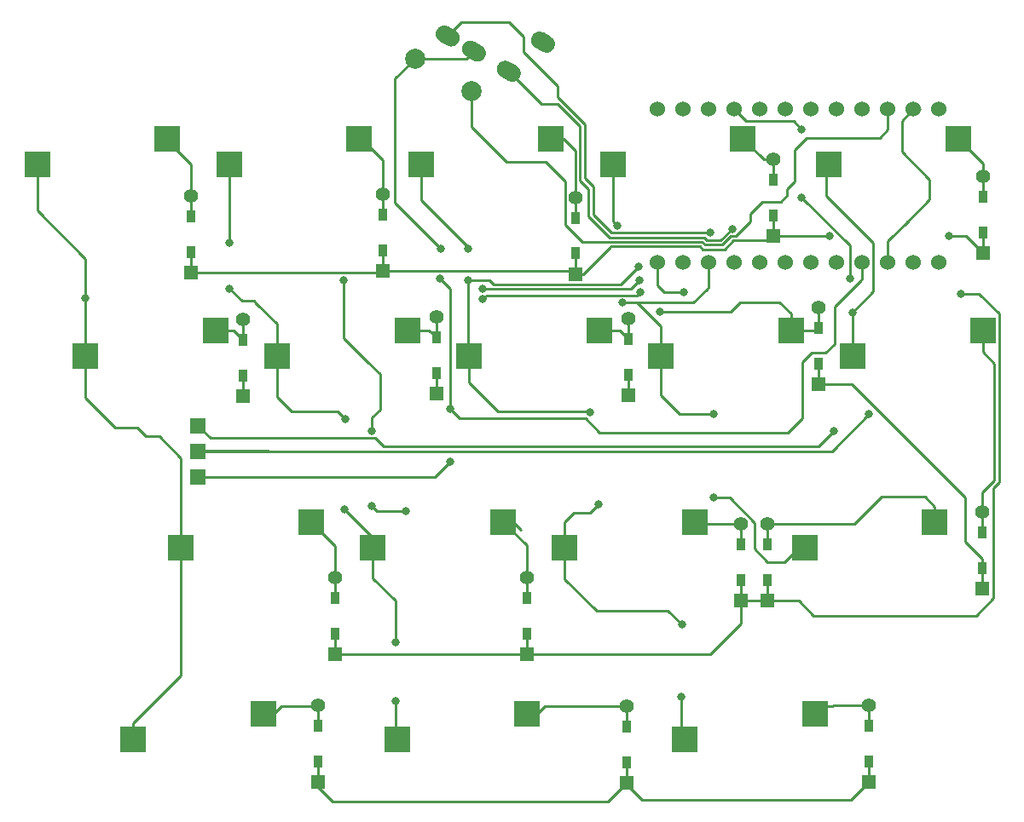
<source format=gbl>
G04 #@! TF.GenerationSoftware,KiCad,Pcbnew,(5.1.6-0-10_14)*
G04 #@! TF.CreationDate,2022-08-31T17:50:21+09:00*
G04 #@! TF.ProjectId,cool936,636f6f6c-3933-4362-9e6b-696361645f70,rev?*
G04 #@! TF.SameCoordinates,Original*
G04 #@! TF.FileFunction,Copper,L2,Bot*
G04 #@! TF.FilePolarity,Positive*
%FSLAX46Y46*%
G04 Gerber Fmt 4.6, Leading zero omitted, Abs format (unit mm)*
G04 Created by KiCad (PCBNEW (5.1.6-0-10_14)) date 2022-08-31 17:50:21*
%MOMM*%
%LPD*%
G01*
G04 APERTURE LIST*
G04 #@! TA.AperFunction,SMDPad,CuDef*
%ADD10R,2.550000X2.500000*%
G04 #@! TD*
G04 #@! TA.AperFunction,SMDPad,CuDef*
%ADD11R,0.950000X1.300000*%
G04 #@! TD*
G04 #@! TA.AperFunction,ComponentPad*
%ADD12R,1.397000X1.397000*%
G04 #@! TD*
G04 #@! TA.AperFunction,ComponentPad*
%ADD13C,1.397000*%
G04 #@! TD*
G04 #@! TA.AperFunction,ComponentPad*
%ADD14C,2.000000*%
G04 #@! TD*
G04 #@! TA.AperFunction,ComponentPad*
%ADD15C,1.524000*%
G04 #@! TD*
G04 #@! TA.AperFunction,SMDPad,CuDef*
%ADD16R,1.524000X1.524000*%
G04 #@! TD*
G04 #@! TA.AperFunction,ViaPad*
%ADD17C,0.800000*%
G04 #@! TD*
G04 #@! TA.AperFunction,Conductor*
%ADD18C,0.250000*%
G04 #@! TD*
G04 APERTURE END LIST*
D10*
X211990000Y2540000D03*
X224917000Y5080000D03*
X178652500Y-16510000D03*
X191579500Y-13970000D03*
D11*
X246980000Y985000D03*
X246980000Y-2565000D03*
D12*
X246980000Y-4600000D03*
D13*
X246980000Y3020000D03*
D11*
X243780000Y-35275000D03*
X243780000Y-38825000D03*
D12*
X243780000Y-40860000D03*
D13*
X243780000Y-33240000D03*
D11*
X201760000Y-53315000D03*
X201760000Y-56865000D03*
D12*
X201760000Y-58900000D03*
D13*
X201760000Y-51280000D03*
D11*
X232570000Y-14835000D03*
X232570000Y-18385000D03*
D12*
X232570000Y-20420000D03*
D13*
X232570000Y-12800000D03*
D10*
X252470999Y2540000D03*
X265397999Y5080000D03*
X216752500Y-16510000D03*
X229679500Y-13970000D03*
D11*
X189180000Y-2645000D03*
X189180000Y-6195000D03*
D12*
X189180000Y-8230000D03*
D13*
X189180000Y-610000D03*
D11*
X251440000Y-13735000D03*
X251440000Y-17285000D03*
D12*
X251440000Y-19320000D03*
D13*
X251440000Y-11700000D03*
D11*
X267750000Y-34045000D03*
X267750000Y-37595000D03*
D12*
X267750000Y-39630000D03*
D13*
X267750000Y-32010000D03*
D11*
X256480000Y-53300000D03*
X256480000Y-56850000D03*
D12*
X256480000Y-58885000D03*
D13*
X256480000Y-51265000D03*
X232390000Y-51330000D03*
D12*
X232390000Y-58950000D03*
D11*
X232390000Y-56915000D03*
X232390000Y-53365000D03*
X208240000Y-2515000D03*
X208240000Y-6065000D03*
D12*
X208240000Y-8100000D03*
D13*
X208240000Y-480000D03*
D14*
X217014583Y9775000D03*
X211385417Y13025000D03*
D15*
X263438000Y-7201400D03*
X260898000Y-7201400D03*
X258358000Y-7201400D03*
X255818000Y-7201400D03*
X253278000Y-7201400D03*
X250738000Y-7201400D03*
X248198000Y-7201400D03*
X245658000Y-7201400D03*
X243118000Y-7201400D03*
X240578000Y-7201400D03*
X238038000Y-7201400D03*
X235498000Y-7201400D03*
X235498000Y8018600D03*
X238038000Y8018600D03*
X240578000Y8018600D03*
X243118000Y8018600D03*
X245658000Y8018600D03*
X248198000Y8018600D03*
X250738000Y8018600D03*
X253278000Y8018600D03*
X255818000Y8018600D03*
X258358000Y8018600D03*
X260898000Y8018600D03*
X263438000Y8018600D03*
D10*
X192940000Y2540000D03*
X205867000Y5080000D03*
X226277500Y-35560000D03*
X239204500Y-33020000D03*
X183415000Y-54610000D03*
X196342000Y-52070000D03*
X197702500Y-16510000D03*
X210629500Y-13970000D03*
X188177500Y-35560000D03*
X201104500Y-33020000D03*
X235802500Y-16510000D03*
X248729500Y-13970000D03*
D11*
X246430000Y-35275000D03*
X246430000Y-38825000D03*
D12*
X246430000Y-40860000D03*
D13*
X246430000Y-33240000D03*
D11*
X194340000Y-14935000D03*
X194340000Y-18485000D03*
D12*
X194340000Y-20520000D03*
D13*
X194340000Y-12900000D03*
D11*
X222500000Y-40595000D03*
X222500000Y-44145000D03*
D12*
X222500000Y-46180000D03*
D13*
X222500000Y-38560000D03*
D11*
X203500000Y-40565000D03*
X203500000Y-44115000D03*
D12*
X203500000Y-46150000D03*
D13*
X203500000Y-38530000D03*
G04 #@! TA.AperFunction,ComponentPad*
G36*
G01*
X224187690Y15604775D02*
X224880510Y15204775D01*
G75*
G02*
X225191632Y14043653I-425000J-736122D01*
G01*
X225191632Y14043653D01*
G75*
G02*
X224030510Y13732531I-736122J425000D01*
G01*
X223337690Y14132531D01*
G75*
G02*
X223026568Y15293653I425000J736122D01*
G01*
X223026568Y15293653D01*
G75*
G02*
X224187690Y15604775I736122J-425000D01*
G01*
G37*
G04 #@! TD.AperFunction*
G04 #@! TA.AperFunction,ComponentPad*
G36*
G01*
X220788652Y12717469D02*
X221481472Y12317469D01*
G75*
G02*
X221792594Y11156347I-425000J-736122D01*
G01*
X221792594Y11156347D01*
G75*
G02*
X220631472Y10845225I-736122J425000D01*
G01*
X219938652Y11245225D01*
G75*
G02*
X219627530Y12406347I425000J736122D01*
G01*
X219627530Y12406347D01*
G75*
G02*
X220788652Y12717469I736122J-425000D01*
G01*
G37*
G04 #@! TD.AperFunction*
G04 #@! TA.AperFunction,ComponentPad*
G36*
G01*
X217324550Y14717469D02*
X218017370Y14317469D01*
G75*
G02*
X218328492Y13156347I-425000J-736122D01*
G01*
X218328492Y13156347D01*
G75*
G02*
X217167370Y12845225I-736122J425000D01*
G01*
X216474550Y13245225D01*
G75*
G02*
X216163428Y14406347I425000J736122D01*
G01*
X216163428Y14406347D01*
G75*
G02*
X217324550Y14717469I736122J-425000D01*
G01*
G37*
G04 #@! TD.AperFunction*
G04 #@! TA.AperFunction,ComponentPad*
G36*
G01*
X214726474Y16217469D02*
X215419294Y15817469D01*
G75*
G02*
X215730416Y14656347I-425000J-736122D01*
G01*
X215730416Y14656347D01*
G75*
G02*
X214569294Y14345225I-736122J425000D01*
G01*
X213876474Y14745225D01*
G75*
G02*
X213565352Y15906347I425000J736122D01*
G01*
X213565352Y15906347D01*
G75*
G02*
X214726474Y16217469I736122J-425000D01*
G01*
G37*
G04 #@! TD.AperFunction*
D11*
X213520000Y-14705000D03*
X213520000Y-18255000D03*
D12*
X213520000Y-20290000D03*
D13*
X213520000Y-12670000D03*
D11*
X227340000Y-2775000D03*
X227340000Y-6325000D03*
D12*
X227340000Y-8360000D03*
D13*
X227340000Y-740000D03*
D11*
X267830000Y-705000D03*
X267830000Y-4255000D03*
D12*
X267830000Y-6290000D03*
D13*
X267830000Y1330000D03*
D10*
X173890000Y2540000D03*
X186817000Y5080000D03*
X231040000Y2540000D03*
X243967000Y5080000D03*
X238183500Y-54610000D03*
X251110500Y-52070000D03*
X250090500Y-35560000D03*
X263017500Y-33020000D03*
X209609000Y-54610000D03*
X222536000Y-52070000D03*
X254852500Y-16510000D03*
X267779500Y-13970000D03*
D16*
X189870000Y-28520000D03*
X189870000Y-25980000D03*
X189870000Y-23440000D03*
D10*
X207227500Y-35560000D03*
X220154500Y-33020000D03*
D17*
X235760000Y-12140000D03*
X264420000Y-4600000D03*
X252550000Y-4600000D03*
X249780000Y6020000D03*
X254570000Y-8840000D03*
X265610000Y-10320000D03*
X249791501Y-768499D03*
X207080000Y-23960000D03*
X207080000Y-31419999D03*
X210460000Y-31950000D03*
X204310000Y-8955000D03*
X213940000Y-5850000D03*
X214900000Y-27000000D03*
X213860000Y-8840000D03*
X214860000Y-21770000D03*
X242880000Y-3880000D03*
X252990000Y-24010000D03*
X240710000Y-4280000D03*
X256470000Y-22320000D03*
X178652500Y-10747500D03*
X233740000Y-10220000D03*
X218140000Y-10880000D03*
X233700000Y-8970000D03*
X204410000Y-31760000D03*
X218120000Y-9800000D03*
X192970000Y-9810000D03*
X204440000Y-22820000D03*
X209450000Y-50860000D03*
X209460000Y-44950000D03*
X192970000Y-5260000D03*
X229640000Y-31240000D03*
X216650000Y-8960000D03*
X228770000Y-22100000D03*
X237890000Y-43210000D03*
X233630000Y-7600000D03*
X216650000Y-5880000D03*
X237880000Y-50360000D03*
X231980000Y-11210000D03*
X231450000Y-3560000D03*
X241060000Y-30590000D03*
X241060000Y-22310000D03*
X238060000Y-10150000D03*
X254830000Y-12190000D03*
D18*
X189180000Y-2645000D02*
X189180000Y-610000D01*
X189180000Y-610000D02*
X189180000Y2520000D01*
X189180000Y2520000D02*
X186817000Y4883000D01*
X186817000Y4883000D02*
X186817000Y5080000D01*
X206120000Y5080000D02*
X205867000Y5080000D01*
X208240000Y-480000D02*
X208240000Y2960000D01*
X208240000Y2960000D02*
X206120000Y5080000D01*
X208240000Y-2515000D02*
X208240000Y-480000D01*
X227340000Y3880000D02*
X227340000Y-740000D01*
X224917000Y5080000D02*
X226140000Y5080000D01*
X226140000Y5080000D02*
X227340000Y3880000D01*
X227340000Y-740000D02*
X227340000Y-2775000D01*
X246027000Y3020000D02*
X245773500Y3273500D01*
X246980000Y3020000D02*
X246027000Y3020000D01*
X245907000Y3140000D02*
X245773500Y3273500D01*
X245773500Y3273500D02*
X243967000Y5080000D01*
X246980000Y3020000D02*
X246980000Y985000D01*
X191579500Y-13970000D02*
X193375000Y-13970000D01*
X193375000Y-13970000D02*
X194340000Y-14935000D01*
X194340000Y-12900000D02*
X194340000Y-14935000D01*
X213520000Y-14705000D02*
X213520000Y-12670000D01*
X210629500Y-13970000D02*
X212785000Y-13970000D01*
X212785000Y-13970000D02*
X213520000Y-14705000D01*
X232570000Y-14835000D02*
X232570000Y-12800000D01*
X229679500Y-13970000D02*
X231705000Y-13970000D01*
X231705000Y-13970000D02*
X232570000Y-14835000D01*
X242740000Y-12140000D02*
X243720000Y-11160000D01*
X235760000Y-12140000D02*
X242740000Y-12140000D01*
X248729500Y-12289500D02*
X248729500Y-13970000D01*
X243720000Y-11160000D02*
X247600000Y-11160000D01*
X251205000Y-13970000D02*
X251440000Y-13735000D01*
X251440000Y-13735000D02*
X251440000Y-11700000D01*
X248729500Y-13970000D02*
X251205000Y-13970000D01*
X247600000Y-11160000D02*
X248729500Y-12289500D01*
X267750000Y-30083590D02*
X267750000Y-32010000D01*
X267779500Y-16100009D02*
X268929491Y-17250000D01*
X267750000Y-34045000D02*
X267750000Y-32010000D01*
X268929491Y-28904099D02*
X267750000Y-30083590D01*
X268929491Y-17250000D02*
X268929491Y-28904099D01*
X267779500Y-13970000D02*
X268310000Y-14500500D01*
X267779500Y-13970000D02*
X267779500Y-16100009D01*
X203500000Y-38530000D02*
X203500000Y-40565000D01*
X203500000Y-35415500D02*
X201104500Y-33020000D01*
X203500000Y-38530000D02*
X203500000Y-35415500D01*
X221170500Y-33020000D02*
X221932500Y-33782000D01*
X220154500Y-33020000D02*
X221170500Y-33020000D01*
X222500000Y-40595000D02*
X222500000Y-38560000D01*
X222500000Y-38560000D02*
X222500000Y-35365500D01*
X222500000Y-35365500D02*
X220154500Y-33020000D01*
X243780000Y-33240000D02*
X239424500Y-33240000D01*
X239204500Y-33020000D02*
X240220500Y-33020000D01*
X239424500Y-33240000D02*
X239204500Y-33020000D01*
X243780000Y-33240000D02*
X243780000Y-35275000D01*
X197358000Y-52070000D02*
X198120000Y-51308000D01*
X201760000Y-51280000D02*
X201760000Y-53315000D01*
X198120000Y-51308000D02*
X201732000Y-51308000D01*
X201732000Y-51308000D02*
X201760000Y-51280000D01*
X196342000Y-52070000D02*
X197358000Y-52070000D01*
X267830000Y-705000D02*
X267830000Y1330000D01*
X267830000Y1330000D02*
X267830000Y2647999D01*
X267830000Y2647999D02*
X265397999Y5080000D01*
X252931500Y-51265000D02*
X252888500Y-51308000D01*
X251872500Y-51308000D02*
X251110500Y-52070000D01*
X256480000Y-51265000D02*
X256480000Y-53300000D01*
X256480000Y-51265000D02*
X252931500Y-51265000D01*
X252888500Y-51308000D02*
X251872500Y-51308000D01*
X246430000Y-33240000D02*
X255010000Y-33240000D01*
X257910000Y-30530000D02*
X258670000Y-30530000D01*
X255010000Y-33240000D02*
X257720000Y-30530000D01*
X246430000Y-33240000D02*
X246435001Y-33234999D01*
X263017500Y-31507500D02*
X263017500Y-33020000D01*
X262040000Y-30530000D02*
X263017500Y-31507500D01*
X258670000Y-30530000D02*
X262040000Y-30530000D01*
X257720000Y-30530000D02*
X258670000Y-30530000D01*
X246430000Y-35275000D02*
X246430000Y-33240000D01*
X232390000Y-51330000D02*
X224336000Y-51330000D01*
X222536000Y-52070000D02*
X223552000Y-52070000D01*
X232390000Y-51330000D02*
X232390000Y-53365000D01*
X224336000Y-51330000D02*
X224314000Y-51308000D01*
X223552000Y-52070000D02*
X224314000Y-51308000D01*
X208240000Y-6065000D02*
X208240000Y-8100000D01*
X189180000Y-8230000D02*
X208110000Y-8230000D01*
X230820000Y-5650000D02*
X230820000Y-5635031D01*
X228110000Y-8360000D02*
X230820000Y-5650000D01*
X242977809Y-5055011D02*
X246524989Y-5055011D01*
X264420000Y-4600000D02*
X266140000Y-4600000D01*
X227340000Y-8360000D02*
X228110000Y-8360000D01*
X242127801Y-5905019D02*
X242977809Y-5055011D01*
X246980000Y-4600000D02*
X249070000Y-4600000D01*
X227340000Y-6325000D02*
X227340000Y-8360000D01*
X246524989Y-5055011D02*
X246980000Y-4600000D01*
X239989200Y-5905020D02*
X242127801Y-5905019D01*
X208240000Y-8100000D02*
X227080000Y-8100000D01*
X230820000Y-5635031D02*
X239719209Y-5635031D01*
X227080000Y-8100000D02*
X227340000Y-8360000D01*
X266140000Y-4600000D02*
X267830000Y-6290000D01*
X208110000Y-8230000D02*
X208240000Y-8100000D01*
X267830000Y-4255000D02*
X267830000Y-6290000D01*
X267810000Y-6290000D02*
X267830000Y-6290000D01*
X239719209Y-5635031D02*
X239989200Y-5905020D01*
X189180000Y-8230000D02*
X189180000Y-6195000D01*
X246980000Y-2565000D02*
X246980000Y-4600000D01*
X246980000Y-4600000D02*
X252550000Y-4600000D01*
X232570000Y-18385000D02*
X232570000Y-20420000D01*
X251440000Y-17285000D02*
X251440000Y-19320000D01*
X194340000Y-18485000D02*
X194340000Y-20520000D01*
X266039990Y-34984990D02*
X266039989Y-30623579D01*
X267750000Y-37595000D02*
X267750000Y-36695000D01*
X267750000Y-36695000D02*
X266039990Y-34984990D01*
X266039989Y-30623579D02*
X254736410Y-19320000D01*
X254736410Y-19320000D02*
X251440000Y-19320000D01*
X213520000Y-18255000D02*
X213520000Y-20290000D01*
X267750000Y-37595000D02*
X267750000Y-39630000D01*
X249490000Y-40860000D02*
X250950000Y-42320000D01*
X267120000Y-42320000D02*
X261370000Y-42320000D01*
X269379501Y-12279501D02*
X269379501Y-29090499D01*
X268830000Y-29640000D02*
X268830000Y-40610000D01*
X269379501Y-29090499D02*
X268830000Y-29640000D01*
X246430000Y-38825000D02*
X246430000Y-40860000D01*
X250950000Y-42320000D02*
X261370000Y-42320000D01*
X268830000Y-40610000D02*
X267120000Y-42320000D01*
X265610000Y-10320000D02*
X267420000Y-10320000D01*
X261370000Y-42320000D02*
X262479990Y-42320000D01*
X267420000Y-10320000D02*
X269379501Y-12279501D01*
X243118000Y8018600D02*
X244316600Y6820000D01*
X243780000Y-43120000D02*
X243780000Y-40860000D01*
X222470000Y-46150000D02*
X222500000Y-46180000D01*
X254570000Y-8840000D02*
X254570000Y-5546998D01*
X244316600Y6820000D02*
X248980000Y6820000D01*
X222500000Y-46180000D02*
X240720000Y-46180000D01*
X246430000Y-40860000D02*
X243780000Y-40860000D01*
X254570000Y-5546998D02*
X249791501Y-768499D01*
X203500000Y-44115000D02*
X203500000Y-46150000D01*
X243780000Y-40860000D02*
X243780000Y-38825000D01*
X203500000Y-46150000D02*
X222470000Y-46150000D01*
X222500000Y-44145000D02*
X222500000Y-46180000D01*
X240720000Y-46180000D02*
X243780000Y-43120000D01*
X246430000Y-40860000D02*
X249490000Y-40860000D01*
X248980000Y6820000D02*
X249780000Y6020000D01*
X256480000Y-56850000D02*
X256480000Y-58885000D01*
X201760000Y-58900000D02*
X201760000Y-59360000D01*
X201760000Y-59360000D02*
X203170000Y-60770000D01*
X254705000Y-60660000D02*
X256480000Y-58885000D01*
X207106401Y-23933599D02*
X207080000Y-23960000D01*
X232390000Y-58950000D02*
X232390000Y-59080000D01*
X201760000Y-56865000D02*
X201760000Y-58900000D01*
X232390000Y-59080000D02*
X233970000Y-60660000D01*
X203170000Y-60770000D02*
X230570000Y-60770000D01*
X210460000Y-31950000D02*
X207610001Y-31950000D01*
X233970000Y-60660000D02*
X254705000Y-60660000D01*
X206620000Y-17030000D02*
X206640000Y-17030000D01*
X207610001Y-31950000D02*
X207080000Y-31419999D01*
X204310000Y-8955000D02*
X204310000Y-14720000D01*
X232390000Y-56915000D02*
X232390000Y-58950000D01*
X230570000Y-60770000D02*
X232390000Y-58950000D01*
X207920000Y-21852802D02*
X207106401Y-22666401D01*
X204310000Y-14720000D02*
X206620000Y-17030000D01*
X207106401Y-22666401D02*
X207106401Y-23933599D01*
X207920000Y-18310000D02*
X207920000Y-21852802D01*
X206640000Y-17030000D02*
X207920000Y-18310000D01*
X262500000Y1030000D02*
X262500000Y-940000D01*
X262500000Y-940000D02*
X260070000Y-3370000D01*
X260898000Y8018600D02*
X259750000Y6870600D01*
X259750000Y6870600D02*
X259750000Y3780000D01*
X258730000Y-4710000D02*
X260070000Y-3370000D01*
X259750000Y3780000D02*
X262500000Y1030000D01*
X260070000Y-3370000D02*
X260280000Y-3160000D01*
X215830000Y-22740000D02*
X214860000Y-21770000D01*
X211385417Y13025000D02*
X216489613Y13025000D01*
X214860000Y-21770000D02*
X214860000Y-9840000D01*
X213860000Y-8840000D02*
X213903501Y-8883501D01*
X253050000Y-15320000D02*
X253050000Y-11620000D01*
X253050000Y-11620000D02*
X255681795Y-8988205D01*
X229716998Y-24120000D02*
X228336998Y-22740000D01*
X255818000Y-7201400D02*
X255818000Y-8835590D01*
X255681795Y-8988205D02*
X255681795Y-8971795D01*
X214860000Y-9840000D02*
X213860000Y-8840000D01*
X211385417Y13025000D02*
X209414999Y11054582D01*
X258730000Y-4710000D02*
X258398000Y-5042000D01*
X258358000Y-5082000D02*
X258730000Y-4710000D01*
X261581400Y8018600D02*
X260898000Y8018600D01*
X221310000Y-22740000D02*
X215830000Y-22740000D01*
X216489613Y13025000D02*
X217245960Y13781347D01*
X258358000Y-7201400D02*
X258358000Y-5082000D01*
X209414999Y11054582D02*
X209414999Y-1324999D01*
X252190000Y-16180000D02*
X253050000Y-15320000D01*
X209414999Y-1324999D02*
X213940000Y-5850000D01*
X228336998Y-22740000D02*
X221310000Y-22740000D01*
X213380000Y-28520000D02*
X214900000Y-27000000D01*
X189870000Y-28520000D02*
X213380000Y-28520000D01*
X249830000Y-20120000D02*
X249830000Y-22720000D01*
X249830000Y-17140000D02*
X249830000Y-20120000D01*
X249830000Y-20120000D02*
X249830000Y-20690000D01*
X248430000Y-24120000D02*
X246550000Y-24120000D01*
X250790000Y-16180000D02*
X252190000Y-16180000D01*
X249830000Y-22720000D02*
X248430000Y-24120000D01*
X246550000Y-24120000D02*
X229716998Y-24120000D01*
X247200000Y-24120000D02*
X246550000Y-24120000D01*
X249830000Y-17140000D02*
X250790000Y-16180000D01*
X255681795Y-8971795D02*
X255581795Y-9071795D01*
X255818000Y-8835590D02*
X255681795Y-8971795D01*
X207428001Y-24685001D02*
X191115001Y-24685001D01*
X225572002Y8510000D02*
X227790010Y6291992D01*
X228639991Y-2659991D02*
X230715011Y-4735011D01*
X207428001Y-24688001D02*
X208269990Y-25529990D01*
X191115001Y-24685001D02*
X189870000Y-23440000D01*
X240092009Y-4735011D02*
X240361999Y-5005001D01*
X220710062Y11781347D02*
X223981409Y8510000D01*
X241754999Y-5005001D02*
X242880000Y-3880000D01*
X227790011Y943619D02*
X228639990Y93640D01*
X240361999Y-5005001D02*
X241754999Y-5005001D01*
X251470010Y-25529990D02*
X252990000Y-24010000D01*
X207428001Y-24685001D02*
X207428001Y-24688001D01*
X228639990Y93640D02*
X228639991Y-2659991D01*
X223981409Y8510000D02*
X225572002Y8510000D01*
X230715011Y-4735011D02*
X240092009Y-4735011D01*
X208269990Y-25529990D02*
X251470010Y-25529990D01*
X227790010Y6291992D02*
X227790011Y943619D01*
X215986537Y16620000D02*
X220770000Y16620000D01*
X222180000Y15210000D02*
X222180000Y13690000D01*
X229090000Y-2473590D02*
X230901411Y-4285001D01*
X230901411Y-4285001D02*
X240704999Y-4285001D01*
X222180000Y13690000D02*
X225529206Y10340794D01*
X228240020Y1130020D02*
X229090000Y280040D01*
X220770000Y16620000D02*
X222180000Y15210000D01*
X228240020Y6478392D02*
X228240020Y1130020D01*
X214647884Y15281347D02*
X215986537Y16620000D01*
X229090000Y280040D02*
X229090000Y-2473590D01*
X240704999Y-4285001D02*
X240710000Y-4280000D01*
X225529206Y9189206D02*
X228240020Y6478392D01*
X225529206Y10340794D02*
X225529206Y9189206D01*
X189870000Y-25980000D02*
X252810000Y-25980000D01*
X196823590Y-25960000D02*
X190180000Y-25960000D01*
X252810000Y-25980000D02*
X256470000Y-22320000D01*
X183805699Y-23630000D02*
X184675699Y-24500000D01*
X178652500Y-16510000D02*
X178652500Y-20662500D01*
X188177500Y-35560000D02*
X188177500Y-48272500D01*
X178652500Y-20662500D02*
X181620000Y-23630000D01*
X184675699Y-24500000D02*
X186010000Y-24500000D01*
X181620000Y-23630000D02*
X183805699Y-23630000D01*
X188177500Y-48272500D02*
X183415000Y-53035000D01*
X183415000Y-54610000D02*
X182372000Y-54610000D01*
X186010000Y-24500000D02*
X188177500Y-26667500D01*
X183415000Y-53035000D02*
X183415000Y-54610000D01*
X233475001Y-10484999D02*
X218535001Y-10484999D01*
X233740000Y-10220000D02*
X233475001Y-10484999D01*
X178652500Y-6842500D02*
X178652500Y-10747500D01*
X173890000Y-2080000D02*
X178652500Y-6842500D01*
X173890000Y2540000D02*
X173890000Y-2080000D01*
X178652500Y-10747500D02*
X178652500Y-16510000D01*
X218535001Y-10484999D02*
X218140000Y-10880000D01*
X188177500Y-26667500D02*
X188177500Y-35560000D01*
X232836489Y-9833511D02*
X218153511Y-9833511D01*
X209450000Y-41840000D02*
X209450000Y-42140000D01*
X207227500Y-34577500D02*
X207227500Y-35560000D01*
X197702500Y-13352500D02*
X197702500Y-16510000D01*
X209450000Y-54451000D02*
X209609000Y-54610000D01*
X207227500Y-35560000D02*
X207227500Y-38627500D01*
X209450000Y-50860000D02*
X209450000Y-54451000D01*
X233700000Y-8970000D02*
X232836489Y-9833511D01*
X209460000Y-41850000D02*
X209450000Y-41840000D01*
X195390000Y-11040000D02*
X195690000Y-11340000D01*
X192940000Y-5230000D02*
X192970000Y-5260000D01*
X197702500Y-16510000D02*
X197702500Y-20602500D01*
X192970000Y-9810000D02*
X194200000Y-11040000D01*
X199160000Y-22060000D02*
X203680000Y-22060000D01*
X195510000Y-11160000D02*
X195690000Y-11340000D01*
X204410000Y-31760000D02*
X207227500Y-34577500D01*
X194200000Y-11040000D02*
X195390000Y-11040000D01*
X218153511Y-9833511D02*
X218120000Y-9800000D01*
X195690000Y-11340000D02*
X197702500Y-13352500D01*
X207227500Y-38627500D02*
X209450000Y-40850000D01*
X209460000Y-44950000D02*
X209460000Y-41850000D01*
X209450000Y-40850000D02*
X209450000Y-41840000D01*
X192940000Y2540000D02*
X192940000Y-5230000D01*
X197702500Y-20602500D02*
X199160000Y-22060000D01*
X203680000Y-22060000D02*
X204440000Y-22820000D01*
X216650000Y-5710000D02*
X216650000Y-5880000D01*
X228800000Y-32080000D02*
X227200000Y-32080000D01*
X237880000Y-54306500D02*
X238183500Y-54610000D01*
X237880000Y-50360000D02*
X237880000Y-54306500D01*
X218772998Y-8960000D02*
X216650000Y-8960000D01*
X216640000Y-8970000D02*
X216650000Y-8960000D01*
X219196499Y-9383501D02*
X218772998Y-8960000D01*
X233630000Y-7600000D02*
X231846499Y-9383501D01*
X229640000Y-31240000D02*
X228800000Y-32080000D01*
X211990000Y2540000D02*
X211990000Y-1050000D01*
X226277500Y-33002500D02*
X226277500Y-35560000D01*
X216752500Y-16510000D02*
X216640000Y-16397500D01*
X216640000Y-16397500D02*
X216640000Y-8970000D01*
X219640000Y-22020000D02*
X228690000Y-22020000D01*
X228690000Y-22020000D02*
X228770000Y-22100000D01*
X216752500Y-19132500D02*
X219640000Y-22020000D01*
X231846499Y-9383501D02*
X219196499Y-9383501D01*
X216752500Y-16510000D02*
X216752500Y-19132500D01*
X229430000Y-41840000D02*
X236520000Y-41840000D01*
X227200000Y-32080000D02*
X226277500Y-33002500D01*
X236520000Y-41840000D02*
X237890000Y-43210000D01*
X226277500Y-35560000D02*
X226277500Y-38687500D01*
X211990000Y-1050000D02*
X216650000Y-5710000D01*
X226277500Y-38687500D02*
X229430000Y-41840000D01*
X240350000Y-9890000D02*
X239030000Y-11210000D01*
X240578000Y-7201400D02*
X240578000Y-9662000D01*
X233470000Y-11210000D02*
X235802500Y-13542500D01*
X231040000Y2540000D02*
X231040000Y-3150000D01*
X235802500Y-13542500D02*
X235802500Y-16510000D01*
X231980000Y-11210000D02*
X233110000Y-11210000D01*
X231040000Y-3150000D02*
X231450000Y-3560000D01*
X239030000Y-11210000D02*
X233110000Y-11210000D01*
X240578000Y-9662000D02*
X240350000Y-9890000D01*
X245150000Y-35705002D02*
X245150000Y-33095218D01*
X235802500Y-18382500D02*
X235802500Y-20452500D01*
X235802500Y-20452500D02*
X237660000Y-22310000D01*
X237660000Y-22310000D02*
X240130000Y-22310000D01*
X250090500Y-35560000D02*
X249520000Y-35560000D01*
X240130000Y-22310000D02*
X239291498Y-22310000D01*
X245150000Y-33095218D02*
X242644782Y-30590000D01*
X246424998Y-36980000D02*
X245150000Y-35705002D01*
X241060000Y-22310000D02*
X240130000Y-22310000D01*
X249520000Y-35560000D02*
X248100000Y-36980000D01*
X248100000Y-36980000D02*
X246424998Y-36980000D01*
X242644782Y-30590000D02*
X241060000Y-30590000D01*
X235802500Y-18382500D02*
X235802500Y-18821002D01*
X233110000Y-11210000D02*
X233470000Y-11210000D01*
X235802500Y-16510000D02*
X235802500Y-18382500D01*
X252230000Y2299001D02*
X252230000Y-620000D01*
X256905001Y-5295001D02*
X256905001Y-10114999D01*
X252230000Y-620000D02*
X256905001Y-5295001D01*
X256905001Y-10114999D02*
X254830000Y-12190000D01*
X252470999Y2540000D02*
X252230000Y2299001D01*
X235498000Y-7201400D02*
X235498000Y-9468000D01*
X254852500Y-12212500D02*
X254830000Y-12190000D01*
X235498000Y-9468000D02*
X236180000Y-10150000D01*
X236180000Y-10150000D02*
X238060000Y-10150000D01*
X254852500Y-16510000D02*
X254852500Y-12212500D01*
X238078000Y-10132000D02*
X238060000Y-10150000D01*
X241941400Y-5455010D02*
X242791409Y-4605001D01*
X257530000Y5140000D02*
X250290000Y5140000D01*
X226316499Y-3461501D02*
X228040019Y-5185021D01*
X220498999Y2754999D02*
X224418492Y2754999D01*
X248380000Y-560000D02*
X247770000Y-1170000D01*
X244660000Y-3173002D02*
X244660000Y-2930000D01*
X248380000Y40000D02*
X248380000Y-560000D01*
X240175599Y-5455011D02*
X241941400Y-5455010D01*
X226316499Y856992D02*
X226316499Y-3461501D01*
X239905609Y-5185021D02*
X240175599Y-5455011D01*
X244660000Y-2410000D02*
X244660000Y-2930000D01*
X250290000Y5140000D02*
X249140000Y3990000D01*
X242791409Y-4605001D02*
X243228001Y-4605001D01*
X245900000Y-1170000D02*
X244660000Y-2410000D01*
X247770000Y-1170000D02*
X245900000Y-1170000D01*
X244660000Y-2930000D02*
X244660000Y-2400000D01*
X217014583Y9775000D02*
X217014583Y6239415D01*
X258358000Y8018600D02*
X258358000Y5968000D01*
X224418492Y2754999D02*
X226316499Y856992D01*
X249140000Y3990000D02*
X249140000Y800000D01*
X249140000Y800000D02*
X248380000Y40000D01*
X228040019Y-5185021D02*
X239905609Y-5185021D01*
X258358000Y5968000D02*
X257530000Y5140000D01*
X217014583Y6239415D02*
X220498999Y2754999D01*
X243228001Y-4605001D02*
X244660000Y-3173002D01*
M02*

</source>
